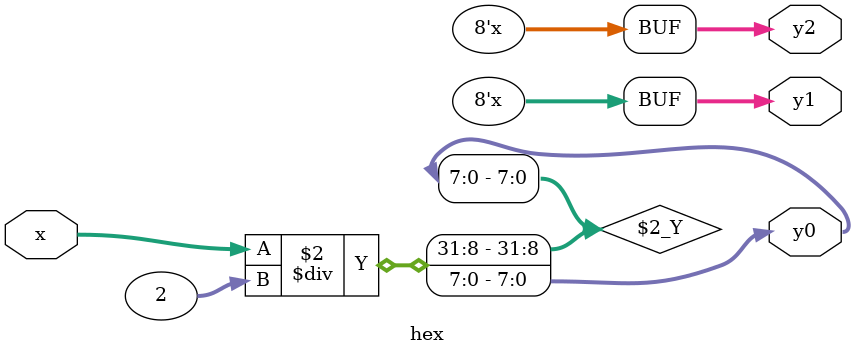
<source format=v>
`timescale 1ns / 1ps

module hex(x,y0,y1,y2);
    input [7:0] x;
    output reg [7:0] y0,y1,y2;
    
    initial
    begin
    y0=8'h00;
    y1=8'h00;
    y2=8'h00;
    end 
    
    always @(x)
    begin
    y0<=x/2;
    y1<=y0+x;
    y2<=y1+x*2;
    end 
endmodule

</source>
